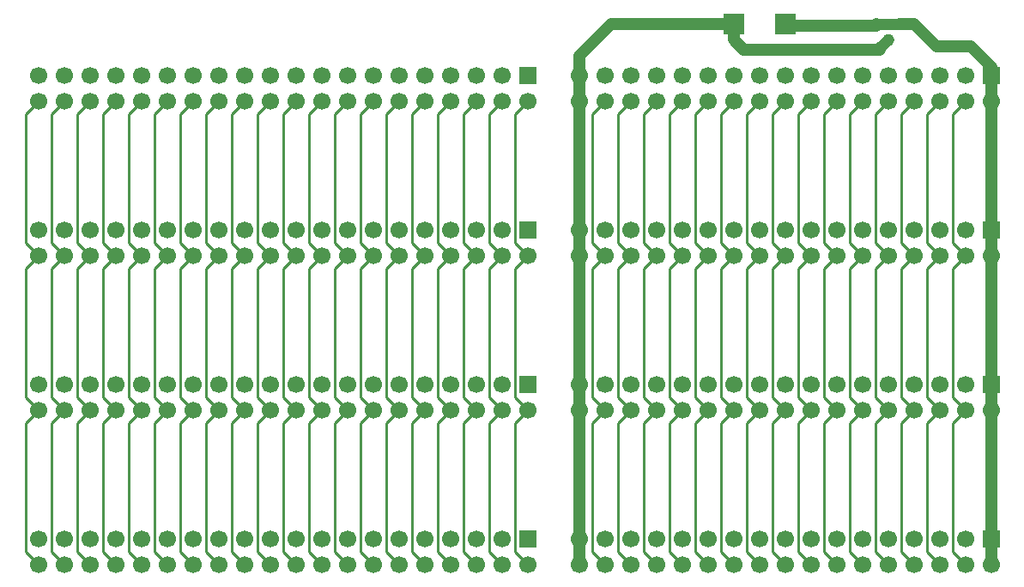
<source format=gbr>
G04 DipTrace 4.3.0.5*
G04 1 - Top.gbr*
%MOMM*%
G04 #@! TF.FileFunction,Copper,L1,Top*
G04 #@! TF.Part,Single*
G04 #@! TA.AperFunction,Conductor*
%ADD10C,0.25*%
%ADD16C,1.2*%
%ADD17C,1.1*%
G04 #@! TA.AperFunction,ComponentPad*
%ADD18R,1.7X1.7*%
%ADD19C,1.7*%
%ADD20R,2.0X2.0*%
%ADD21R,1.1X1.1*%
%ADD22C,1.1*%
%FSLAX35Y35*%
G04*
G71*
G90*
G75*
G01*
G04 Top*
%LPD*%
X635000Y0D2*
D16*
Y-254000D1*
Y-1524000D1*
Y-1778000D1*
Y-3048000D1*
Y-3302000D1*
Y-4572000D1*
Y-4826000D1*
Y0D2*
Y190500D1*
X952500Y508000D1*
X2159000D1*
Y349250D1*
X2254250Y254000D1*
X3601683D1*
D17*
Y272307D1*
X3683000Y353623D1*
X4699000Y0D2*
D16*
Y-254000D1*
Y-1524000D1*
Y-1778000D1*
Y-3048000D1*
Y-3302000D1*
Y-4572000D1*
Y-4826000D1*
X3683000Y503623D2*
D17*
X3798000D1*
D16*
X3941377D1*
X4159250Y285750D1*
X4492623D1*
X4699000Y79373D1*
Y0D1*
X3683000Y503623D2*
D17*
X3568000D1*
D16*
Y487750D1*
X2687250D1*
X2667000Y508000D1*
X4445000Y-254000D2*
D10*
X4318000Y-381000D1*
Y-1651000D1*
X4445000Y-1778000D1*
X4318000Y-1905000D1*
Y-3175000D1*
X4445000Y-3302000D1*
X4318000Y-3429000D1*
Y-4699000D1*
X4445000Y-4826000D1*
X4191000Y-254000D2*
X4064000Y-381000D1*
Y-1651000D1*
X4191000Y-1778000D1*
X4064000Y-1905000D1*
Y-3175000D1*
X4191000Y-3302000D1*
X4064000Y-3429000D1*
Y-4699000D1*
X4191000Y-4826000D1*
X3937000Y-254000D2*
X3810000Y-381000D1*
Y-1651000D1*
X3937000Y-1778000D1*
X3810000Y-1905000D1*
Y-3175000D1*
X3937000Y-3302000D1*
X3810000Y-3429000D1*
Y-4699000D1*
X3937000Y-4826000D1*
X3683000Y-254000D2*
X3556000Y-381000D1*
Y-1651000D1*
X3683000Y-1778000D1*
X3556000Y-1905000D1*
Y-3175000D1*
X3683000Y-3302000D1*
X3556000Y-3429000D1*
Y-4699000D1*
X3683000Y-4826000D1*
X3429000Y-254000D2*
X3302000Y-381000D1*
Y-1651000D1*
X3429000Y-1778000D1*
X3302000Y-1905000D1*
Y-3175000D1*
X3429000Y-3302000D1*
X3302000Y-3429000D1*
Y-4699000D1*
X3429000Y-4826000D1*
X3175000Y-254000D2*
X3048000Y-381000D1*
Y-1651000D1*
X3175000Y-1778000D1*
X3048000Y-1905000D1*
Y-3175000D1*
X3175000Y-3302000D1*
X3048000Y-3429000D1*
Y-4699000D1*
X3175000Y-4826000D1*
X2921000Y-254000D2*
X2794000Y-381000D1*
Y-1651000D1*
X2921000Y-1778000D1*
X2794000Y-1905000D1*
Y-3175000D1*
X2921000Y-3302000D1*
X2794000Y-3429000D1*
Y-4699000D1*
X2921000Y-4826000D1*
X2667000Y-254000D2*
X2540000Y-381000D1*
Y-1651000D1*
X2667000Y-1778000D1*
X2540000Y-1905000D1*
Y-3175000D1*
X2667000Y-3302000D1*
X2540000Y-3429000D1*
Y-4699000D1*
X2667000Y-4826000D1*
X2413000Y-254000D2*
X2286000Y-381000D1*
Y-1651000D1*
X2413000Y-1778000D1*
X2286000Y-1905000D1*
Y-3175000D1*
X2413000Y-3302000D1*
X2286000Y-3429000D1*
Y-4699000D1*
X2413000Y-4826000D1*
X2159000Y-254000D2*
X2032000Y-381000D1*
Y-1651000D1*
X2159000Y-1778000D1*
X2032000Y-1905000D1*
Y-3175000D1*
X2159000Y-3302000D1*
X2032000Y-3429000D1*
Y-4699000D1*
X2159000Y-4826000D1*
X1905000Y-254000D2*
X1778000Y-381000D1*
Y-1651000D1*
X1905000Y-1778000D1*
X1778000Y-1905000D1*
Y-3175000D1*
X1905000Y-3302000D1*
X1778000Y-3429000D1*
Y-4699000D1*
X1905000Y-4826000D1*
X1651000Y-254000D2*
X1524000Y-381000D1*
Y-1651000D1*
X1651000Y-1778000D1*
X1524000Y-1905000D1*
Y-3175000D1*
X1651000Y-3302000D1*
X1524000Y-3429000D1*
Y-4699000D1*
X1651000Y-4826000D1*
X1397000Y-254000D2*
X1270000Y-381000D1*
Y-1651000D1*
X1397000Y-1778000D1*
X1270000Y-1905000D1*
Y-3175000D1*
X1397000Y-3302000D1*
X1270000Y-3429000D1*
Y-4699000D1*
X1397000Y-4826000D1*
X1143000Y-254000D2*
X1016000Y-381000D1*
Y-1651000D1*
X1143000Y-1778000D1*
X1016000Y-1905000D1*
Y-3175000D1*
X1143000Y-3302000D1*
X1016000Y-3429000D1*
Y-4699000D1*
X1143000Y-4826000D1*
X889000Y-254000D2*
X762000Y-381000D1*
Y-1651000D1*
X889000Y-1778000D1*
X762000Y-1905000D1*
Y-3175000D1*
X889000Y-3302000D1*
X762000Y-3429000D1*
Y-4699000D1*
X889000Y-4826000D1*
X127000Y-254000D2*
X0Y-381000D1*
Y-1651000D1*
X127000Y-1778000D1*
X0Y-1905000D1*
Y-3175000D1*
X127000Y-3302000D1*
X0Y-3429000D1*
Y-4699000D1*
X127000Y-4826000D1*
X-127000Y-254000D2*
X-254000Y-381000D1*
Y-1651000D1*
X-127000Y-1778000D1*
X-254000Y-1905000D1*
Y-3175000D1*
X-127000Y-3302000D1*
X-254000Y-3429000D1*
Y-4699000D1*
X-127000Y-4826000D1*
X-381000Y-254000D2*
X-508000Y-381000D1*
Y-1651000D1*
X-381000Y-1778000D1*
X-508000Y-1905000D1*
Y-3175000D1*
X-381000Y-3302000D1*
X-508000Y-3429000D1*
Y-4699000D1*
X-381000Y-4826000D1*
X-635000Y-254000D2*
X-762000Y-381000D1*
Y-1651000D1*
X-635000Y-1778000D1*
X-762000Y-1905000D1*
Y-3175000D1*
X-635000Y-3302000D1*
X-762000Y-3429000D1*
Y-4699000D1*
X-635000Y-4826000D1*
X-889000Y-254000D2*
X-1016000Y-381000D1*
Y-1651000D1*
X-889000Y-1778000D1*
X-1016000Y-1905000D1*
Y-3175000D1*
X-889000Y-3302000D1*
X-1016000Y-3429000D1*
Y-4699000D1*
X-889000Y-4826000D1*
X-1143000Y-254000D2*
X-1270000Y-381000D1*
Y-1651000D1*
X-1143000Y-1778000D1*
X-1270000Y-1905000D1*
Y-3175000D1*
X-1143000Y-3302000D1*
X-1270000Y-3429000D1*
Y-4699000D1*
X-1143000Y-4826000D1*
X-1397000Y-254000D2*
X-1524000Y-381000D1*
Y-1651000D1*
X-1397000Y-1778000D1*
X-1524000Y-1905000D1*
Y-3175000D1*
X-1397000Y-3302000D1*
X-1524000Y-3429000D1*
Y-4699000D1*
X-1397000Y-4826000D1*
X-1651000Y-254000D2*
X-1778000Y-381000D1*
Y-1651000D1*
X-1651000Y-1778000D1*
X-1778000Y-1905000D1*
Y-3175000D1*
X-1651000Y-3302000D1*
X-1778000Y-3429000D1*
Y-4699000D1*
X-1651000Y-4826000D1*
X-1905000Y-254000D2*
X-2032000Y-381000D1*
Y-1651000D1*
X-1905000Y-1778000D1*
X-2032000Y-1905000D1*
Y-3175000D1*
X-1905000Y-3302000D1*
X-2032000Y-3429000D1*
Y-4699000D1*
X-1905000Y-4826000D1*
X-2159000Y-254000D2*
X-2286000Y-381000D1*
Y-1651000D1*
X-2159000Y-1778000D1*
X-2286000Y-1905000D1*
Y-3175000D1*
X-2159000Y-3302000D1*
X-2286000Y-3429000D1*
Y-4699000D1*
X-2159000Y-4826000D1*
X-2413000Y-254000D2*
X-2540000Y-381000D1*
Y-1651000D1*
X-2413000Y-1778000D1*
X-2540000Y-1905000D1*
Y-3175000D1*
X-2413000Y-3302000D1*
X-2540000Y-3429000D1*
Y-4699000D1*
X-2413000Y-4826000D1*
X-2667000Y-254000D2*
X-2794000Y-381000D1*
Y-1651000D1*
X-2667000Y-1778000D1*
X-2794000Y-1905000D1*
Y-3175000D1*
X-2667000Y-3302000D1*
X-2794000Y-3429000D1*
Y-4699000D1*
X-2667000Y-4826000D1*
X-2921000Y-254000D2*
X-3048000Y-381000D1*
Y-1651000D1*
X-2921000Y-1778000D1*
X-3048000Y-1905000D1*
Y-3175000D1*
X-2921000Y-3302000D1*
X-3048000Y-3429000D1*
Y-4699000D1*
X-2921000Y-4826000D1*
X-3175000Y-254000D2*
X-3302000Y-381000D1*
Y-1651000D1*
X-3175000Y-1778000D1*
X-3302000Y-1905000D1*
Y-3175000D1*
X-3175000Y-3302000D1*
X-3302000Y-3429000D1*
Y-4699000D1*
X-3175000Y-4826000D1*
X-3429000Y-254000D2*
X-3556000Y-381000D1*
Y-1651000D1*
X-3429000Y-1778000D1*
X-3556000Y-1905000D1*
Y-3175000D1*
X-3429000Y-3302000D1*
X-3556000Y-3429000D1*
Y-4699000D1*
X-3429000Y-4826000D1*
X-3683000Y-254000D2*
X-3810000Y-381000D1*
Y-1651000D1*
X-3683000Y-1778000D1*
X-3810000Y-1905000D1*
Y-3175000D1*
X-3683000Y-3302000D1*
X-3810000Y-3429000D1*
Y-4699000D1*
X-3683000Y-4826000D1*
X-3937000Y-254000D2*
X-4064000Y-381000D1*
Y-1651000D1*
X-3937000Y-1778000D1*
X-4064000Y-1905000D1*
Y-3175000D1*
X-3937000Y-3302000D1*
X-4064000Y-3429000D1*
Y-4699000D1*
X-3937000Y-4826000D1*
X-4191000Y-254000D2*
X-4318000Y-381000D1*
Y-1651000D1*
X-4191000Y-1778000D1*
X-4318000Y-1905000D1*
Y-3175000D1*
X-4191000Y-3302000D1*
X-4318000Y-3429000D1*
Y-4699000D1*
X-4191000Y-4826000D1*
X-4445000Y-254000D2*
X-4572000Y-381000D1*
Y-1651000D1*
X-4445000Y-1778000D1*
X-4572000Y-1905000D1*
Y-3175000D1*
X-4445000Y-3302000D1*
X-4572000Y-3429000D1*
Y-4699000D1*
X-4445000Y-4826000D1*
X-4699000Y-254000D2*
X-4826000Y-381000D1*
Y-1651000D1*
X-4699000Y-1778000D1*
X-4826000Y-1905000D1*
Y-3175000D1*
X-4699000Y-3302000D1*
X-4826000Y-3429000D1*
Y-4699000D1*
X-4699000Y-4826000D1*
D18*
X127000Y0D3*
D19*
Y-254000D3*
X-127000Y0D3*
Y-254000D3*
X-381000Y0D3*
Y-254000D3*
X-635000Y0D3*
Y-254000D3*
X-889000Y0D3*
Y-254000D3*
X-1143000Y0D3*
Y-254000D3*
X-1397000Y0D3*
Y-254000D3*
X-1651000Y0D3*
Y-254000D3*
X-1905000Y0D3*
Y-254000D3*
X-2159000Y0D3*
Y-254000D3*
X-2413000Y0D3*
Y-254000D3*
X-2667000Y0D3*
Y-254000D3*
X-2921000Y0D3*
Y-254000D3*
X-3175000Y0D3*
Y-254000D3*
X-3429000Y0D3*
Y-254000D3*
X-3683000Y0D3*
Y-254000D3*
X-3937000Y0D3*
Y-254000D3*
X-4191000Y0D3*
Y-254000D3*
X-4445000Y0D3*
Y-254000D3*
X-4699000Y0D3*
Y-254000D3*
D18*
X127000Y-1524000D3*
D19*
Y-1778000D3*
X-127000Y-1524000D3*
Y-1778000D3*
X-381000Y-1524000D3*
Y-1778000D3*
X-635000Y-1524000D3*
Y-1778000D3*
X-889000Y-1524000D3*
Y-1778000D3*
X-1143000Y-1524000D3*
Y-1778000D3*
X-1397000Y-1524000D3*
Y-1778000D3*
X-1651000Y-1524000D3*
Y-1778000D3*
X-1905000Y-1524000D3*
Y-1778000D3*
X-2159000Y-1524000D3*
Y-1778000D3*
X-2413000Y-1524000D3*
Y-1778000D3*
X-2667000Y-1524000D3*
Y-1778000D3*
X-2921000Y-1524000D3*
Y-1778000D3*
X-3175000Y-1524000D3*
Y-1778000D3*
X-3429000Y-1524000D3*
Y-1778000D3*
X-3683000Y-1524000D3*
Y-1778000D3*
X-3937000Y-1524000D3*
Y-1778000D3*
X-4191000Y-1524000D3*
Y-1778000D3*
X-4445000Y-1524000D3*
Y-1778000D3*
X-4699000Y-1524000D3*
Y-1778000D3*
D18*
X4699000Y-1524000D3*
D19*
Y-1778000D3*
X4445000Y-1524000D3*
Y-1778000D3*
X4191000Y-1524000D3*
Y-1778000D3*
X3937000Y-1524000D3*
Y-1778000D3*
X3683000Y-1524000D3*
Y-1778000D3*
X3429000Y-1524000D3*
Y-1778000D3*
X3175000Y-1524000D3*
Y-1778000D3*
X2921000Y-1524000D3*
Y-1778000D3*
X2667000Y-1524000D3*
Y-1778000D3*
X2413000Y-1524000D3*
Y-1778000D3*
X2159000Y-1524000D3*
Y-1778000D3*
X1905000Y-1524000D3*
Y-1778000D3*
X1651000Y-1524000D3*
Y-1778000D3*
X1397000Y-1524000D3*
Y-1778000D3*
X1143000Y-1524000D3*
Y-1778000D3*
X889000Y-1524000D3*
Y-1778000D3*
X635000Y-1524000D3*
Y-1778000D3*
D18*
X4699000Y0D3*
D19*
Y-254000D3*
X4445000Y0D3*
Y-254000D3*
X4191000Y0D3*
Y-254000D3*
X3937000Y0D3*
Y-254000D3*
X3683000Y0D3*
Y-254000D3*
X3429000Y0D3*
Y-254000D3*
X3175000Y0D3*
Y-254000D3*
X2921000Y0D3*
Y-254000D3*
X2667000Y0D3*
Y-254000D3*
X2413000Y0D3*
Y-254000D3*
X2159000Y0D3*
Y-254000D3*
X1905000Y0D3*
Y-254000D3*
X1651000Y0D3*
Y-254000D3*
X1397000Y0D3*
Y-254000D3*
X1143000Y0D3*
Y-254000D3*
X889000Y0D3*
Y-254000D3*
X635000Y0D3*
Y-254000D3*
D18*
X127000Y-3048000D3*
D19*
Y-3302000D3*
X-127000Y-3048000D3*
Y-3302000D3*
X-381000Y-3048000D3*
Y-3302000D3*
X-635000Y-3048000D3*
Y-3302000D3*
X-889000Y-3048000D3*
Y-3302000D3*
X-1143000Y-3048000D3*
Y-3302000D3*
X-1397000Y-3048000D3*
Y-3302000D3*
X-1651000Y-3048000D3*
Y-3302000D3*
X-1905000Y-3048000D3*
Y-3302000D3*
X-2159000Y-3048000D3*
Y-3302000D3*
X-2413000Y-3048000D3*
Y-3302000D3*
X-2667000Y-3048000D3*
Y-3302000D3*
X-2921000Y-3048000D3*
Y-3302000D3*
X-3175000Y-3048000D3*
Y-3302000D3*
X-3429000Y-3048000D3*
Y-3302000D3*
X-3683000Y-3048000D3*
Y-3302000D3*
X-3937000Y-3048000D3*
Y-3302000D3*
X-4191000Y-3048000D3*
Y-3302000D3*
X-4445000Y-3048000D3*
Y-3302000D3*
X-4699000Y-3048000D3*
Y-3302000D3*
D18*
X4699000Y-3048000D3*
D19*
Y-3302000D3*
X4445000Y-3048000D3*
Y-3302000D3*
X4191000Y-3048000D3*
Y-3302000D3*
X3937000Y-3048000D3*
Y-3302000D3*
X3683000Y-3048000D3*
Y-3302000D3*
X3429000Y-3048000D3*
Y-3302000D3*
X3175000Y-3048000D3*
Y-3302000D3*
X2921000Y-3048000D3*
Y-3302000D3*
X2667000Y-3048000D3*
Y-3302000D3*
X2413000Y-3048000D3*
Y-3302000D3*
X2159000Y-3048000D3*
Y-3302000D3*
X1905000Y-3048000D3*
Y-3302000D3*
X1651000Y-3048000D3*
Y-3302000D3*
X1397000Y-3048000D3*
Y-3302000D3*
X1143000Y-3048000D3*
Y-3302000D3*
X889000Y-3048000D3*
Y-3302000D3*
X635000Y-3048000D3*
Y-3302000D3*
D18*
X127000Y-4572000D3*
D19*
Y-4826000D3*
X-127000Y-4572000D3*
Y-4826000D3*
X-381000Y-4572000D3*
Y-4826000D3*
X-635000Y-4572000D3*
Y-4826000D3*
X-889000Y-4572000D3*
Y-4826000D3*
X-1143000Y-4572000D3*
Y-4826000D3*
X-1397000Y-4572000D3*
Y-4826000D3*
X-1651000Y-4572000D3*
Y-4826000D3*
X-1905000Y-4572000D3*
Y-4826000D3*
X-2159000Y-4572000D3*
Y-4826000D3*
X-2413000Y-4572000D3*
Y-4826000D3*
X-2667000Y-4572000D3*
Y-4826000D3*
X-2921000Y-4572000D3*
Y-4826000D3*
X-3175000Y-4572000D3*
Y-4826000D3*
X-3429000Y-4572000D3*
Y-4826000D3*
X-3683000Y-4572000D3*
Y-4826000D3*
X-3937000Y-4572000D3*
Y-4826000D3*
X-4191000Y-4572000D3*
Y-4826000D3*
X-4445000Y-4572000D3*
Y-4826000D3*
X-4699000Y-4572000D3*
Y-4826000D3*
D18*
X4699000Y-4572000D3*
D19*
Y-4826000D3*
X4445000Y-4572000D3*
Y-4826000D3*
X4191000Y-4572000D3*
Y-4826000D3*
X3937000Y-4572000D3*
Y-4826000D3*
X3683000Y-4572000D3*
Y-4826000D3*
X3429000Y-4572000D3*
Y-4826000D3*
X3175000Y-4572000D3*
Y-4826000D3*
X2921000Y-4572000D3*
Y-4826000D3*
X2667000Y-4572000D3*
Y-4826000D3*
X2413000Y-4572000D3*
Y-4826000D3*
X2159000Y-4572000D3*
Y-4826000D3*
X1905000Y-4572000D3*
Y-4826000D3*
X1651000Y-4572000D3*
Y-4826000D3*
X1397000Y-4572000D3*
Y-4826000D3*
X1143000Y-4572000D3*
Y-4826000D3*
X889000Y-4572000D3*
Y-4826000D3*
X635000Y-4572000D3*
Y-4826000D3*
D20*
X2159000Y508000D3*
X2667000D3*
D21*
X3683000Y503623D3*
D22*
Y353623D3*
M02*

</source>
